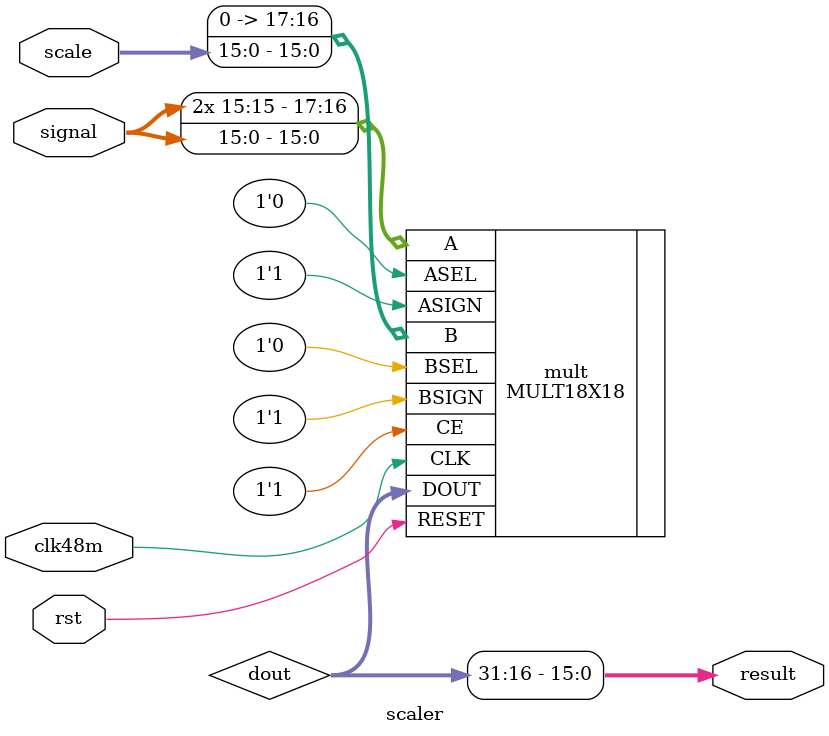
<source format=v>
module scaler(
	input clk48m,
	input rst,
	input [15:0] signal,
	input [15:0] scale,

	output [15:0] result
);

wire [35:0] dout;

MULT18X18 #(
	.MULT_RESET_MODE("ASYNC"),
	.OUT_REG(1'b1)
) mult (
	.DOUT(dout),
	.A({signal[15],signal[15],signal}),
	.B({2'b00,scale}),
	.ASEL(1'b0),
	.BSEL(1'b0),
	.ASIGN(1'b1),
	.BSIGN(1'b1),
	.CLK(clk48m),
	.CE(1'b1),
	.RESET(rst)
);

assign result = dout[31:16];

endmodule

</source>
